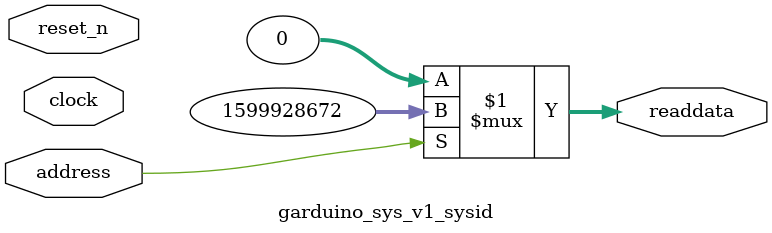
<source format=v>

`timescale 1ns / 1ps
// synthesis translate_on

// turn off superfluous verilog processor warnings 
// altera message_level Level1 
// altera message_off 10034 10035 10036 10037 10230 10240 10030 

module garduino_sys_v1_sysid (
               // inputs:
                address,
                clock,
                reset_n,

               // outputs:
                readdata
             )
;

  output  [ 31: 0] readdata;
  input            address;
  input            clock;
  input            reset_n;

  wire    [ 31: 0] readdata;
  //control_slave, which is an e_avalon_slave
  assign readdata = address ? 1599928672 : 0;

endmodule




</source>
